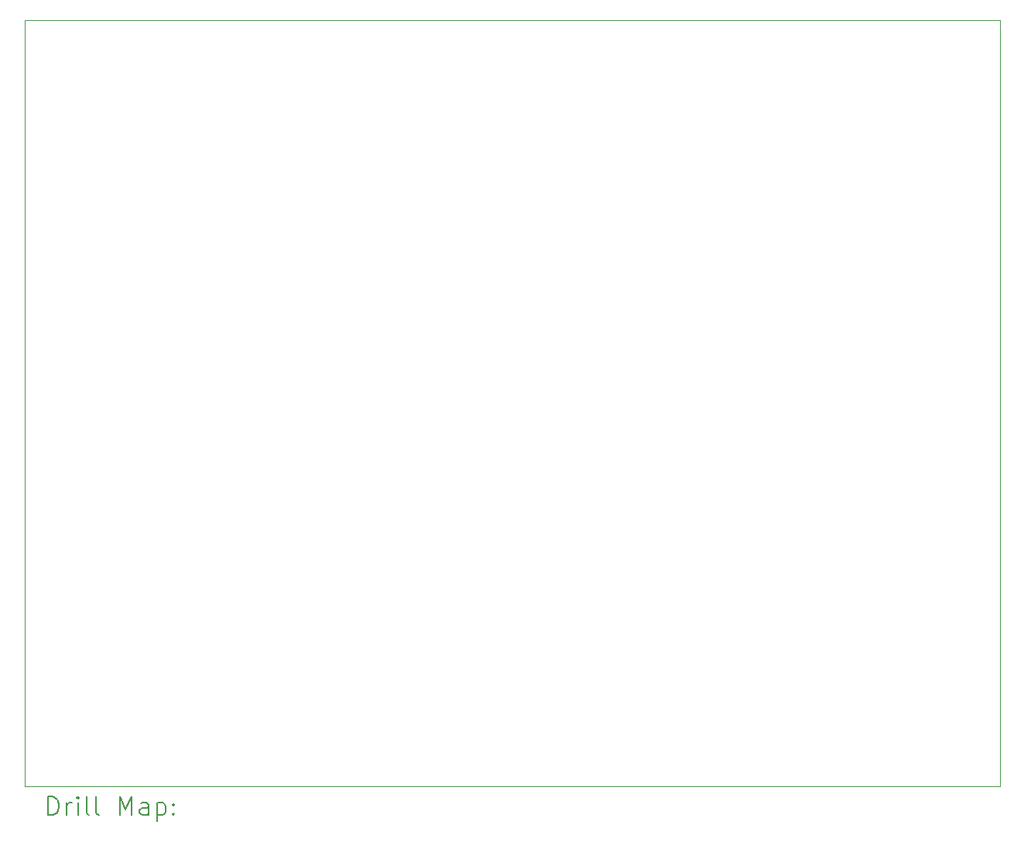
<source format=gbr>
%TF.GenerationSoftware,KiCad,Pcbnew,8.0.4*%
%TF.CreationDate,2025-01-12T21:12:40-06:00*%
%TF.ProjectId,OctoCom,4f63746f-436f-46d2-9e6b-696361645f70,rev?*%
%TF.SameCoordinates,Original*%
%TF.FileFunction,Drillmap*%
%TF.FilePolarity,Positive*%
%FSLAX45Y45*%
G04 Gerber Fmt 4.5, Leading zero omitted, Abs format (unit mm)*
G04 Created by KiCad (PCBNEW 8.0.4) date 2025-01-12 21:12:40*
%MOMM*%
%LPD*%
G01*
G04 APERTURE LIST*
%ADD10C,0.050000*%
%ADD11C,0.200000*%
G04 APERTURE END LIST*
D10*
X17780000Y-4064000D02*
X17780000Y-12446000D01*
X17780000Y-12446000D02*
X7112000Y-12446000D01*
X7112000Y-12446000D02*
X7112000Y-4064000D01*
X7112000Y-4064000D02*
X17780000Y-4064000D01*
D11*
X7370277Y-12759984D02*
X7370277Y-12559984D01*
X7370277Y-12559984D02*
X7417896Y-12559984D01*
X7417896Y-12559984D02*
X7446467Y-12569508D01*
X7446467Y-12569508D02*
X7465515Y-12588555D01*
X7465515Y-12588555D02*
X7475039Y-12607603D01*
X7475039Y-12607603D02*
X7484562Y-12645698D01*
X7484562Y-12645698D02*
X7484562Y-12674269D01*
X7484562Y-12674269D02*
X7475039Y-12712365D01*
X7475039Y-12712365D02*
X7465515Y-12731412D01*
X7465515Y-12731412D02*
X7446467Y-12750460D01*
X7446467Y-12750460D02*
X7417896Y-12759984D01*
X7417896Y-12759984D02*
X7370277Y-12759984D01*
X7570277Y-12759984D02*
X7570277Y-12626650D01*
X7570277Y-12664746D02*
X7579801Y-12645698D01*
X7579801Y-12645698D02*
X7589324Y-12636174D01*
X7589324Y-12636174D02*
X7608372Y-12626650D01*
X7608372Y-12626650D02*
X7627420Y-12626650D01*
X7694086Y-12759984D02*
X7694086Y-12626650D01*
X7694086Y-12559984D02*
X7684562Y-12569508D01*
X7684562Y-12569508D02*
X7694086Y-12579031D01*
X7694086Y-12579031D02*
X7703610Y-12569508D01*
X7703610Y-12569508D02*
X7694086Y-12559984D01*
X7694086Y-12559984D02*
X7694086Y-12579031D01*
X7817896Y-12759984D02*
X7798848Y-12750460D01*
X7798848Y-12750460D02*
X7789324Y-12731412D01*
X7789324Y-12731412D02*
X7789324Y-12559984D01*
X7922658Y-12759984D02*
X7903610Y-12750460D01*
X7903610Y-12750460D02*
X7894086Y-12731412D01*
X7894086Y-12731412D02*
X7894086Y-12559984D01*
X8151229Y-12759984D02*
X8151229Y-12559984D01*
X8151229Y-12559984D02*
X8217896Y-12702841D01*
X8217896Y-12702841D02*
X8284562Y-12559984D01*
X8284562Y-12559984D02*
X8284562Y-12759984D01*
X8465515Y-12759984D02*
X8465515Y-12655222D01*
X8465515Y-12655222D02*
X8455991Y-12636174D01*
X8455991Y-12636174D02*
X8436944Y-12626650D01*
X8436944Y-12626650D02*
X8398848Y-12626650D01*
X8398848Y-12626650D02*
X8379801Y-12636174D01*
X8465515Y-12750460D02*
X8446467Y-12759984D01*
X8446467Y-12759984D02*
X8398848Y-12759984D01*
X8398848Y-12759984D02*
X8379801Y-12750460D01*
X8379801Y-12750460D02*
X8370277Y-12731412D01*
X8370277Y-12731412D02*
X8370277Y-12712365D01*
X8370277Y-12712365D02*
X8379801Y-12693317D01*
X8379801Y-12693317D02*
X8398848Y-12683793D01*
X8398848Y-12683793D02*
X8446467Y-12683793D01*
X8446467Y-12683793D02*
X8465515Y-12674269D01*
X8560753Y-12626650D02*
X8560753Y-12826650D01*
X8560753Y-12636174D02*
X8579801Y-12626650D01*
X8579801Y-12626650D02*
X8617896Y-12626650D01*
X8617896Y-12626650D02*
X8636944Y-12636174D01*
X8636944Y-12636174D02*
X8646467Y-12645698D01*
X8646467Y-12645698D02*
X8655991Y-12664746D01*
X8655991Y-12664746D02*
X8655991Y-12721888D01*
X8655991Y-12721888D02*
X8646467Y-12740936D01*
X8646467Y-12740936D02*
X8636944Y-12750460D01*
X8636944Y-12750460D02*
X8617896Y-12759984D01*
X8617896Y-12759984D02*
X8579801Y-12759984D01*
X8579801Y-12759984D02*
X8560753Y-12750460D01*
X8741705Y-12740936D02*
X8751229Y-12750460D01*
X8751229Y-12750460D02*
X8741705Y-12759984D01*
X8741705Y-12759984D02*
X8732182Y-12750460D01*
X8732182Y-12750460D02*
X8741705Y-12740936D01*
X8741705Y-12740936D02*
X8741705Y-12759984D01*
X8741705Y-12636174D02*
X8751229Y-12645698D01*
X8751229Y-12645698D02*
X8741705Y-12655222D01*
X8741705Y-12655222D02*
X8732182Y-12645698D01*
X8732182Y-12645698D02*
X8741705Y-12636174D01*
X8741705Y-12636174D02*
X8741705Y-12655222D01*
M02*

</source>
